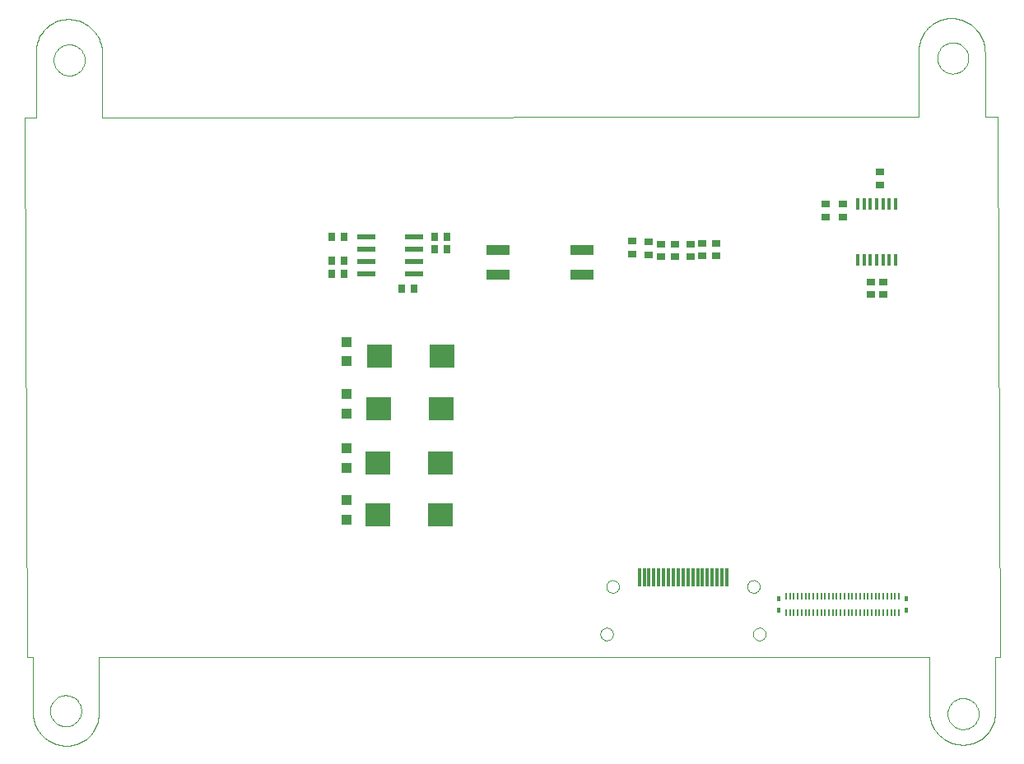
<source format=gbp>
G75*
G70*
%OFA0B0*%
%FSLAX24Y24*%
%IPPOS*%
%LPD*%
%AMOC8*
5,1,8,0,0,1.08239X$1,22.5*
%
%ADD10C,0.0000*%
%ADD11R,0.0780X0.0210*%
%ADD12R,0.0276X0.0354*%
%ADD13R,0.0961X0.0445*%
%ADD14R,0.0394X0.0394*%
%ADD15R,0.1024X0.0945*%
%ADD16R,0.0091X0.0256*%
%ADD17R,0.0177X0.0209*%
%ADD18R,0.0118X0.0748*%
%ADD19R,0.0354X0.0276*%
%ADD20R,0.0118X0.0472*%
D10*
X001853Y001821D02*
X001923Y001823D01*
X001993Y001829D01*
X002063Y001838D01*
X002132Y001851D01*
X002201Y001868D01*
X002268Y001889D01*
X002334Y001913D01*
X002398Y001941D01*
X002461Y001972D01*
X002523Y002007D01*
X002582Y002045D01*
X002639Y002086D01*
X002694Y002130D01*
X002746Y002177D01*
X002796Y002227D01*
X002843Y002279D01*
X002887Y002334D01*
X002928Y002391D01*
X002966Y002450D01*
X003001Y002512D01*
X003032Y002575D01*
X003060Y002639D01*
X003084Y002705D01*
X003105Y002772D01*
X003122Y002841D01*
X003135Y002910D01*
X003144Y002980D01*
X003150Y003050D01*
X003152Y003120D01*
X003152Y005403D01*
X036774Y005403D01*
X036774Y003238D01*
X036776Y003166D01*
X036782Y003094D01*
X036791Y003022D01*
X036804Y002951D01*
X036821Y002881D01*
X036841Y002812D01*
X036866Y002744D01*
X036893Y002678D01*
X036924Y002612D01*
X036959Y002549D01*
X036996Y002487D01*
X037037Y002428D01*
X037081Y002371D01*
X037128Y002316D01*
X037178Y002264D01*
X037230Y002214D01*
X037285Y002167D01*
X037342Y002123D01*
X037401Y002082D01*
X037463Y002045D01*
X037526Y002010D01*
X037592Y001979D01*
X037658Y001952D01*
X037726Y001927D01*
X037795Y001907D01*
X037865Y001890D01*
X037936Y001877D01*
X038008Y001868D01*
X038080Y001862D01*
X038152Y001860D01*
X037522Y003120D02*
X037524Y003170D01*
X037530Y003220D01*
X037540Y003269D01*
X037554Y003317D01*
X037571Y003364D01*
X037592Y003409D01*
X037617Y003453D01*
X037645Y003494D01*
X037677Y003533D01*
X037711Y003570D01*
X037748Y003604D01*
X037788Y003634D01*
X037830Y003661D01*
X037874Y003685D01*
X037920Y003706D01*
X037967Y003722D01*
X038015Y003735D01*
X038065Y003744D01*
X038114Y003749D01*
X038165Y003750D01*
X038215Y003747D01*
X038264Y003740D01*
X038313Y003729D01*
X038361Y003714D01*
X038407Y003696D01*
X038452Y003674D01*
X038495Y003648D01*
X038536Y003619D01*
X038575Y003587D01*
X038611Y003552D01*
X038643Y003514D01*
X038673Y003474D01*
X038700Y003431D01*
X038723Y003387D01*
X038742Y003341D01*
X038758Y003293D01*
X038770Y003244D01*
X038778Y003195D01*
X038782Y003145D01*
X038782Y003095D01*
X038778Y003045D01*
X038770Y002996D01*
X038758Y002947D01*
X038742Y002899D01*
X038723Y002853D01*
X038700Y002809D01*
X038673Y002766D01*
X038643Y002726D01*
X038611Y002688D01*
X038575Y002653D01*
X038536Y002621D01*
X038495Y002592D01*
X038452Y002566D01*
X038407Y002544D01*
X038361Y002526D01*
X038313Y002511D01*
X038264Y002500D01*
X038215Y002493D01*
X038165Y002490D01*
X038114Y002491D01*
X038065Y002496D01*
X038015Y002505D01*
X037967Y002518D01*
X037920Y002534D01*
X037874Y002555D01*
X037830Y002579D01*
X037788Y002606D01*
X037748Y002636D01*
X037711Y002670D01*
X037677Y002707D01*
X037645Y002746D01*
X037617Y002787D01*
X037592Y002831D01*
X037571Y002876D01*
X037554Y002923D01*
X037540Y002971D01*
X037530Y003020D01*
X037524Y003070D01*
X037522Y003120D01*
X038152Y001860D02*
X038222Y001862D01*
X038292Y001868D01*
X038362Y001877D01*
X038431Y001890D01*
X038500Y001907D01*
X038567Y001928D01*
X038633Y001952D01*
X038697Y001980D01*
X038760Y002011D01*
X038822Y002046D01*
X038881Y002084D01*
X038938Y002125D01*
X038993Y002169D01*
X039045Y002216D01*
X039095Y002266D01*
X039142Y002318D01*
X039186Y002373D01*
X039227Y002430D01*
X039265Y002489D01*
X039300Y002551D01*
X039331Y002614D01*
X039359Y002678D01*
X039383Y002744D01*
X039404Y002811D01*
X039421Y002880D01*
X039434Y002949D01*
X039443Y003019D01*
X039449Y003089D01*
X039451Y003159D01*
X039452Y003159D02*
X039452Y005403D01*
X039649Y005403D01*
X039550Y027332D01*
X039038Y027332D01*
X039038Y029931D01*
X037109Y029694D02*
X037111Y029744D01*
X037117Y029794D01*
X037127Y029843D01*
X037141Y029891D01*
X037158Y029938D01*
X037179Y029983D01*
X037204Y030027D01*
X037232Y030068D01*
X037264Y030107D01*
X037298Y030144D01*
X037335Y030178D01*
X037375Y030208D01*
X037417Y030235D01*
X037461Y030259D01*
X037507Y030280D01*
X037554Y030296D01*
X037602Y030309D01*
X037652Y030318D01*
X037701Y030323D01*
X037752Y030324D01*
X037802Y030321D01*
X037851Y030314D01*
X037900Y030303D01*
X037948Y030288D01*
X037994Y030270D01*
X038039Y030248D01*
X038082Y030222D01*
X038123Y030193D01*
X038162Y030161D01*
X038198Y030126D01*
X038230Y030088D01*
X038260Y030048D01*
X038287Y030005D01*
X038310Y029961D01*
X038329Y029915D01*
X038345Y029867D01*
X038357Y029818D01*
X038365Y029769D01*
X038369Y029719D01*
X038369Y029669D01*
X038365Y029619D01*
X038357Y029570D01*
X038345Y029521D01*
X038329Y029473D01*
X038310Y029427D01*
X038287Y029383D01*
X038260Y029340D01*
X038230Y029300D01*
X038198Y029262D01*
X038162Y029227D01*
X038123Y029195D01*
X038082Y029166D01*
X038039Y029140D01*
X037994Y029118D01*
X037948Y029100D01*
X037900Y029085D01*
X037851Y029074D01*
X037802Y029067D01*
X037752Y029064D01*
X037701Y029065D01*
X037652Y029070D01*
X037602Y029079D01*
X037554Y029092D01*
X037507Y029108D01*
X037461Y029129D01*
X037417Y029153D01*
X037375Y029180D01*
X037335Y029210D01*
X037298Y029244D01*
X037264Y029281D01*
X037232Y029320D01*
X037204Y029361D01*
X037179Y029405D01*
X037158Y029450D01*
X037141Y029497D01*
X037127Y029545D01*
X037117Y029594D01*
X037111Y029644D01*
X037109Y029694D01*
X036361Y030009D02*
X036361Y027332D01*
X003290Y027293D01*
X003290Y029891D01*
X001322Y029616D02*
X001324Y029666D01*
X001330Y029716D01*
X001340Y029765D01*
X001354Y029813D01*
X001371Y029860D01*
X001392Y029905D01*
X001417Y029949D01*
X001445Y029990D01*
X001477Y030029D01*
X001511Y030066D01*
X001548Y030100D01*
X001588Y030130D01*
X001630Y030157D01*
X001674Y030181D01*
X001720Y030202D01*
X001767Y030218D01*
X001815Y030231D01*
X001865Y030240D01*
X001914Y030245D01*
X001965Y030246D01*
X002015Y030243D01*
X002064Y030236D01*
X002113Y030225D01*
X002161Y030210D01*
X002207Y030192D01*
X002252Y030170D01*
X002295Y030144D01*
X002336Y030115D01*
X002375Y030083D01*
X002411Y030048D01*
X002443Y030010D01*
X002473Y029970D01*
X002500Y029927D01*
X002523Y029883D01*
X002542Y029837D01*
X002558Y029789D01*
X002570Y029740D01*
X002578Y029691D01*
X002582Y029641D01*
X002582Y029591D01*
X002578Y029541D01*
X002570Y029492D01*
X002558Y029443D01*
X002542Y029395D01*
X002523Y029349D01*
X002500Y029305D01*
X002473Y029262D01*
X002443Y029222D01*
X002411Y029184D01*
X002375Y029149D01*
X002336Y029117D01*
X002295Y029088D01*
X002252Y029062D01*
X002207Y029040D01*
X002161Y029022D01*
X002113Y029007D01*
X002064Y028996D01*
X002015Y028989D01*
X001965Y028986D01*
X001914Y028987D01*
X001865Y028992D01*
X001815Y029001D01*
X001767Y029014D01*
X001720Y029030D01*
X001674Y029051D01*
X001630Y029075D01*
X001588Y029102D01*
X001548Y029132D01*
X001511Y029166D01*
X001477Y029203D01*
X001445Y029242D01*
X001417Y029283D01*
X001392Y029327D01*
X001371Y029372D01*
X001354Y029419D01*
X001340Y029467D01*
X001330Y029516D01*
X001324Y029566D01*
X001322Y029616D01*
X001912Y031269D02*
X001984Y031267D01*
X002056Y031261D01*
X002128Y031252D01*
X002199Y031239D01*
X002269Y031222D01*
X002338Y031202D01*
X002406Y031177D01*
X002472Y031150D01*
X002538Y031119D01*
X002601Y031084D01*
X002663Y031047D01*
X002722Y031006D01*
X002779Y030962D01*
X002834Y030915D01*
X002886Y030865D01*
X002936Y030813D01*
X002983Y030758D01*
X003027Y030701D01*
X003068Y030642D01*
X003105Y030580D01*
X003140Y030517D01*
X003171Y030451D01*
X003198Y030385D01*
X003223Y030317D01*
X003243Y030248D01*
X003260Y030178D01*
X003273Y030107D01*
X003282Y030035D01*
X003288Y029963D01*
X003290Y029891D01*
X001912Y031269D02*
X001842Y031267D01*
X001772Y031261D01*
X001702Y031252D01*
X001633Y031239D01*
X001564Y031222D01*
X001497Y031201D01*
X001431Y031177D01*
X001367Y031149D01*
X001304Y031118D01*
X001242Y031083D01*
X001183Y031045D01*
X001126Y031004D01*
X001071Y030960D01*
X001019Y030913D01*
X000969Y030863D01*
X000922Y030811D01*
X000878Y030756D01*
X000837Y030699D01*
X000799Y030640D01*
X000764Y030578D01*
X000733Y030515D01*
X000705Y030451D01*
X000681Y030385D01*
X000660Y030318D01*
X000643Y030249D01*
X000630Y030180D01*
X000621Y030110D01*
X000615Y030040D01*
X000613Y029970D01*
X000613Y027293D01*
X000141Y027293D01*
X000239Y005403D01*
X000475Y005403D01*
X000475Y003198D01*
X001184Y003238D02*
X001186Y003288D01*
X001192Y003338D01*
X001202Y003387D01*
X001216Y003435D01*
X001233Y003482D01*
X001254Y003527D01*
X001279Y003571D01*
X001307Y003612D01*
X001339Y003651D01*
X001373Y003688D01*
X001410Y003722D01*
X001450Y003752D01*
X001492Y003779D01*
X001536Y003803D01*
X001582Y003824D01*
X001629Y003840D01*
X001677Y003853D01*
X001727Y003862D01*
X001776Y003867D01*
X001827Y003868D01*
X001877Y003865D01*
X001926Y003858D01*
X001975Y003847D01*
X002023Y003832D01*
X002069Y003814D01*
X002114Y003792D01*
X002157Y003766D01*
X002198Y003737D01*
X002237Y003705D01*
X002273Y003670D01*
X002305Y003632D01*
X002335Y003592D01*
X002362Y003549D01*
X002385Y003505D01*
X002404Y003459D01*
X002420Y003411D01*
X002432Y003362D01*
X002440Y003313D01*
X002444Y003263D01*
X002444Y003213D01*
X002440Y003163D01*
X002432Y003114D01*
X002420Y003065D01*
X002404Y003017D01*
X002385Y002971D01*
X002362Y002927D01*
X002335Y002884D01*
X002305Y002844D01*
X002273Y002806D01*
X002237Y002771D01*
X002198Y002739D01*
X002157Y002710D01*
X002114Y002684D01*
X002069Y002662D01*
X002023Y002644D01*
X001975Y002629D01*
X001926Y002618D01*
X001877Y002611D01*
X001827Y002608D01*
X001776Y002609D01*
X001727Y002614D01*
X001677Y002623D01*
X001629Y002636D01*
X001582Y002652D01*
X001536Y002673D01*
X001492Y002697D01*
X001450Y002724D01*
X001410Y002754D01*
X001373Y002788D01*
X001339Y002825D01*
X001307Y002864D01*
X001279Y002905D01*
X001254Y002949D01*
X001233Y002994D01*
X001216Y003041D01*
X001202Y003089D01*
X001192Y003138D01*
X001186Y003188D01*
X001184Y003238D01*
X000475Y003198D02*
X000477Y003126D01*
X000483Y003054D01*
X000492Y002982D01*
X000505Y002911D01*
X000522Y002841D01*
X000542Y002772D01*
X000567Y002704D01*
X000594Y002638D01*
X000625Y002572D01*
X000660Y002509D01*
X000697Y002447D01*
X000738Y002388D01*
X000782Y002331D01*
X000829Y002276D01*
X000879Y002224D01*
X000931Y002174D01*
X000986Y002127D01*
X001043Y002083D01*
X001102Y002042D01*
X001164Y002005D01*
X001227Y001970D01*
X001293Y001939D01*
X001359Y001912D01*
X001427Y001887D01*
X001496Y001867D01*
X001566Y001850D01*
X001637Y001837D01*
X001709Y001828D01*
X001781Y001822D01*
X001853Y001820D01*
X023467Y006348D02*
X023469Y006379D01*
X023475Y006410D01*
X023484Y006440D01*
X023497Y006469D01*
X023514Y006496D01*
X023534Y006520D01*
X023556Y006542D01*
X023582Y006561D01*
X023609Y006577D01*
X023638Y006589D01*
X023668Y006598D01*
X023699Y006603D01*
X023731Y006604D01*
X023762Y006601D01*
X023793Y006594D01*
X023823Y006584D01*
X023851Y006570D01*
X023877Y006552D01*
X023901Y006532D01*
X023922Y006508D01*
X023941Y006483D01*
X023956Y006455D01*
X023967Y006426D01*
X023975Y006395D01*
X023979Y006364D01*
X023979Y006332D01*
X023975Y006301D01*
X023967Y006270D01*
X023956Y006241D01*
X023941Y006213D01*
X023922Y006188D01*
X023901Y006164D01*
X023877Y006144D01*
X023851Y006126D01*
X023823Y006112D01*
X023793Y006102D01*
X023762Y006095D01*
X023731Y006092D01*
X023699Y006093D01*
X023668Y006098D01*
X023638Y006107D01*
X023609Y006119D01*
X023582Y006135D01*
X023556Y006154D01*
X023534Y006176D01*
X023514Y006200D01*
X023497Y006227D01*
X023484Y006256D01*
X023475Y006286D01*
X023469Y006317D01*
X023467Y006348D01*
X023704Y008277D02*
X023706Y008308D01*
X023712Y008339D01*
X023721Y008369D01*
X023734Y008398D01*
X023751Y008425D01*
X023771Y008449D01*
X023793Y008471D01*
X023819Y008490D01*
X023846Y008506D01*
X023875Y008518D01*
X023905Y008527D01*
X023936Y008532D01*
X023968Y008533D01*
X023999Y008530D01*
X024030Y008523D01*
X024060Y008513D01*
X024088Y008499D01*
X024114Y008481D01*
X024138Y008461D01*
X024159Y008437D01*
X024178Y008412D01*
X024193Y008384D01*
X024204Y008355D01*
X024212Y008324D01*
X024216Y008293D01*
X024216Y008261D01*
X024212Y008230D01*
X024204Y008199D01*
X024193Y008170D01*
X024178Y008142D01*
X024159Y008117D01*
X024138Y008093D01*
X024114Y008073D01*
X024088Y008055D01*
X024060Y008041D01*
X024030Y008031D01*
X023999Y008024D01*
X023968Y008021D01*
X023936Y008022D01*
X023905Y008027D01*
X023875Y008036D01*
X023846Y008048D01*
X023819Y008064D01*
X023793Y008083D01*
X023771Y008105D01*
X023751Y008129D01*
X023734Y008156D01*
X023721Y008185D01*
X023712Y008215D01*
X023706Y008246D01*
X023704Y008277D01*
X029412Y008277D02*
X029414Y008308D01*
X029420Y008339D01*
X029429Y008369D01*
X029442Y008398D01*
X029459Y008425D01*
X029479Y008449D01*
X029501Y008471D01*
X029527Y008490D01*
X029554Y008506D01*
X029583Y008518D01*
X029613Y008527D01*
X029644Y008532D01*
X029676Y008533D01*
X029707Y008530D01*
X029738Y008523D01*
X029768Y008513D01*
X029796Y008499D01*
X029822Y008481D01*
X029846Y008461D01*
X029867Y008437D01*
X029886Y008412D01*
X029901Y008384D01*
X029912Y008355D01*
X029920Y008324D01*
X029924Y008293D01*
X029924Y008261D01*
X029920Y008230D01*
X029912Y008199D01*
X029901Y008170D01*
X029886Y008142D01*
X029867Y008117D01*
X029846Y008093D01*
X029822Y008073D01*
X029796Y008055D01*
X029768Y008041D01*
X029738Y008031D01*
X029707Y008024D01*
X029676Y008021D01*
X029644Y008022D01*
X029613Y008027D01*
X029583Y008036D01*
X029554Y008048D01*
X029527Y008064D01*
X029501Y008083D01*
X029479Y008105D01*
X029459Y008129D01*
X029442Y008156D01*
X029429Y008185D01*
X029420Y008215D01*
X029414Y008246D01*
X029412Y008277D01*
X029648Y006348D02*
X029650Y006379D01*
X029656Y006410D01*
X029665Y006440D01*
X029678Y006469D01*
X029695Y006496D01*
X029715Y006520D01*
X029737Y006542D01*
X029763Y006561D01*
X029790Y006577D01*
X029819Y006589D01*
X029849Y006598D01*
X029880Y006603D01*
X029912Y006604D01*
X029943Y006601D01*
X029974Y006594D01*
X030004Y006584D01*
X030032Y006570D01*
X030058Y006552D01*
X030082Y006532D01*
X030103Y006508D01*
X030122Y006483D01*
X030137Y006455D01*
X030148Y006426D01*
X030156Y006395D01*
X030160Y006364D01*
X030160Y006332D01*
X030156Y006301D01*
X030148Y006270D01*
X030137Y006241D01*
X030122Y006213D01*
X030103Y006188D01*
X030082Y006164D01*
X030058Y006144D01*
X030032Y006126D01*
X030004Y006112D01*
X029974Y006102D01*
X029943Y006095D01*
X029912Y006092D01*
X029880Y006093D01*
X029849Y006098D01*
X029819Y006107D01*
X029790Y006119D01*
X029763Y006135D01*
X029737Y006154D01*
X029715Y006176D01*
X029695Y006200D01*
X029678Y006227D01*
X029665Y006256D01*
X029656Y006286D01*
X029650Y006317D01*
X029648Y006348D01*
X039038Y029931D02*
X039036Y030003D01*
X039030Y030075D01*
X039021Y030147D01*
X039008Y030218D01*
X038991Y030288D01*
X038971Y030357D01*
X038946Y030425D01*
X038919Y030491D01*
X038888Y030557D01*
X038853Y030620D01*
X038816Y030682D01*
X038775Y030741D01*
X038731Y030798D01*
X038684Y030853D01*
X038634Y030905D01*
X038582Y030955D01*
X038527Y031002D01*
X038470Y031046D01*
X038411Y031087D01*
X038349Y031124D01*
X038286Y031159D01*
X038220Y031190D01*
X038154Y031217D01*
X038086Y031242D01*
X038017Y031262D01*
X037947Y031279D01*
X037876Y031292D01*
X037804Y031301D01*
X037732Y031307D01*
X037660Y031309D01*
X037660Y031308D02*
X037590Y031306D01*
X037520Y031300D01*
X037450Y031291D01*
X037381Y031278D01*
X037312Y031261D01*
X037245Y031240D01*
X037179Y031216D01*
X037115Y031188D01*
X037052Y031157D01*
X036990Y031122D01*
X036931Y031084D01*
X036874Y031043D01*
X036819Y030999D01*
X036767Y030952D01*
X036717Y030902D01*
X036670Y030850D01*
X036626Y030795D01*
X036585Y030738D01*
X036547Y030679D01*
X036512Y030617D01*
X036481Y030554D01*
X036453Y030490D01*
X036429Y030424D01*
X036408Y030357D01*
X036391Y030288D01*
X036378Y030219D01*
X036369Y030149D01*
X036363Y030079D01*
X036361Y030009D01*
D11*
X015933Y022452D03*
X015933Y021952D03*
X015933Y021452D03*
X015933Y020952D03*
X013993Y020952D03*
X013993Y021452D03*
X013993Y021952D03*
X013993Y022452D03*
D12*
X013093Y022450D03*
X012582Y022450D03*
X012582Y021466D03*
X013093Y021466D03*
X013093Y020954D03*
X012582Y020954D03*
X015416Y020364D03*
X015928Y020364D03*
X016755Y021939D03*
X016755Y022450D03*
X017267Y022450D03*
X017267Y021939D03*
D13*
X019334Y021927D03*
X019334Y020927D03*
X022719Y020927D03*
X022719Y021927D03*
D14*
X013192Y018198D03*
X013192Y017411D03*
X013192Y016072D03*
X013192Y015285D03*
X013192Y013868D03*
X013192Y013080D03*
X013192Y011781D03*
X013192Y010994D03*
D15*
X014452Y011191D03*
X016971Y011191D03*
X016971Y013277D03*
X014452Y013277D03*
X014491Y015482D03*
X017011Y015482D03*
X017050Y017608D03*
X014530Y017608D03*
D16*
X030987Y007893D03*
X031145Y007893D03*
X031302Y007893D03*
X031460Y007893D03*
X031617Y007893D03*
X031774Y007893D03*
X031932Y007893D03*
X032089Y007893D03*
X032247Y007893D03*
X032404Y007893D03*
X032562Y007893D03*
X032719Y007893D03*
X032877Y007893D03*
X033034Y007893D03*
X033192Y007893D03*
X033349Y007893D03*
X033507Y007893D03*
X033664Y007893D03*
X033822Y007893D03*
X033979Y007893D03*
X034137Y007893D03*
X034294Y007893D03*
X034452Y007893D03*
X034609Y007893D03*
X034767Y007893D03*
X034924Y007893D03*
X035082Y007893D03*
X035239Y007893D03*
X035397Y007893D03*
X035554Y007893D03*
X035554Y007204D03*
X035397Y007204D03*
X035239Y007204D03*
X035082Y007204D03*
X034924Y007204D03*
X034767Y007204D03*
X034609Y007204D03*
X034452Y007204D03*
X034294Y007204D03*
X034137Y007204D03*
X033979Y007204D03*
X033822Y007204D03*
X033664Y007204D03*
X033507Y007204D03*
X033349Y007204D03*
X033192Y007204D03*
X033034Y007204D03*
X032877Y007204D03*
X032719Y007204D03*
X032562Y007204D03*
X032404Y007204D03*
X032247Y007204D03*
X032089Y007204D03*
X031932Y007204D03*
X031774Y007204D03*
X031617Y007204D03*
X031460Y007204D03*
X031302Y007204D03*
X031145Y007204D03*
X030987Y007204D03*
D17*
X030672Y007326D03*
X030672Y007771D03*
X035869Y007771D03*
X035869Y007326D03*
D18*
X028586Y008651D03*
X028389Y008651D03*
X028192Y008651D03*
X027995Y008651D03*
X027798Y008651D03*
X027601Y008651D03*
X027404Y008651D03*
X027208Y008651D03*
X027011Y008651D03*
X026814Y008651D03*
X026617Y008651D03*
X026420Y008651D03*
X026223Y008651D03*
X026026Y008651D03*
X025830Y008651D03*
X025633Y008651D03*
X025436Y008651D03*
X025239Y008651D03*
X025042Y008651D03*
D19*
X034412Y020108D03*
X034412Y020620D03*
X034924Y020620D03*
X034924Y020108D03*
X033271Y023257D03*
X033271Y023769D03*
X032601Y023769D03*
X032601Y023257D03*
X034786Y024557D03*
X034786Y025069D03*
X028152Y022194D03*
X028152Y021683D03*
X027601Y021683D03*
X027601Y022194D03*
X027129Y022155D03*
X026499Y022155D03*
X026499Y021643D03*
X027129Y021643D03*
X025908Y021643D03*
X025436Y021722D03*
X025436Y022234D03*
X025908Y022155D03*
X024767Y022273D03*
X024767Y021761D03*
D20*
X033881Y021506D03*
X034137Y021506D03*
X034393Y021506D03*
X034649Y021506D03*
X034904Y021506D03*
X035160Y021506D03*
X035416Y021506D03*
X035416Y023789D03*
X035160Y023789D03*
X034904Y023789D03*
X034649Y023789D03*
X034393Y023789D03*
X034137Y023789D03*
X033881Y023789D03*
M02*

</source>
